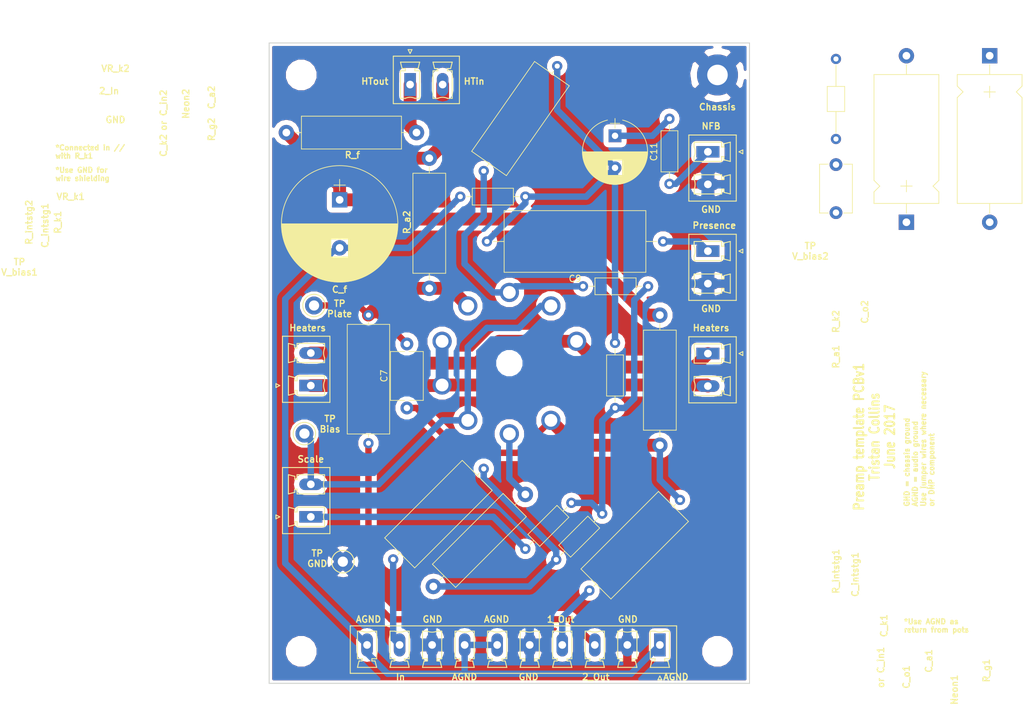
<source format=kicad_pcb>
(kicad_pcb (version 4) (host pcbnew 4.0.6)
  (layers (0 F.Cu signal) (31 B.Cu signal) (34 B.Paste user) (35 F.Paste user) (36 B.SilkS user) (37 F.SilkS user) (38 B.Mask user) (39 F.Mask user) (44 Edge.Cuts user))
  (net 0 "")
  (net 1 GNDA)
  (net 2 "Net-(C5-Pad1)")
  (net 3 "Net-(C7-Pad1)")
  (net 4 "Net-(J3-Pad1)")
  (net 5 GND)
  (net 6 "Net-(J3-Pad2)")
  (net 7 Stg1SignalOut)
  (net 8 Stg2SignalOut)
  (net 9 "Net-(J8-Pad1)")
  (net 10 Fizz)
  (net 11 "Net-(C9-Pad1)")
  (net 12 BiasB)
  (net 13 "Net-(C10-Pad2)")
  (net 14 "Net-(C11-Pad1)")
  (net 15 BiasT)
  (net 16 SigIn)
  (net 17 "Net-(J4-Pad1)")
  (net 18 Bias)
  (net 19 "Net-(R10-Pad1)")
  (net 20 "Net-(R5-Pad1)")
  (net 21 "Net-(J7-Pad1)")
  (module Mounting_Holes:MountingHole_3.2mm_M3 (layer F.Cu) (at 170 150)
    (fp_text reference REF** hide)
    (fp_text value MountingHole_3.2mm_M3)
    (pad 1 np_thru_hole circle (at 0 0) (size 3.2 3.2) (drill 3.2) (layers *.Cu *.Mask))
  )
  (module TristanValves:C_Axial_L17.0mm_D6.5mm_P20.00mm_Horizontal (layer F.Cu) (at 198.5 121.5 225)
    (fp_text reference C12 hide)
    (fp_text value C)
    (pad 1 thru_hole circle (at 0 0 225) (size 1.6 1.6) (drill 0.8) (layers *.Cu *.Mask) (net 15 BiasT))
    (pad 2 thru_hole oval (at 20 0 225) (size 1.6 1.6) (drill 0.8) (layers *.Cu *.Mask) (net 16 SigIn))
  )
  (module TristanValves:CP_Radial_D18.0mm_P7.50mm (layer F.Cu) (at 176 79.5 270)
    (fp_text reference C5 hide)
    (fp_text value CP)
    (pad 1 thru_hole rect (at 0 0 270) (size 2.4 2.4) (drill 1.2) (layers *.Cu *.Mask) (net 2 "Net-(C5-Pad1)"))
    (pad 2 thru_hole circle (at 7.5 0 270) (size 2.4 2.4) (drill 1.2) (layers *.Cu *.Mask) (net 1 GNDA))
  )
  (module TristanValves:CP_Axial_L20.0mm_D10.0mm_P26.00mm_Horizontal (layer F.Cu) (at 264.5 83 90)
    (fp_text reference C1 hide)
    (fp_text value CP)
    (pad 1 thru_hole rect (at 0 0 90) (size 2.4 2.4) (drill 1.2) (layers *.Cu *.Mask))
    (pad 2 thru_hole oval (at 26 0 90) (size 2.4 2.4) (drill 1.2) (layers *.Cu *.Mask))
  )
  (module Mounting_Holes:MountingHole_3.2mm_M3 (layer F.Cu) (at 235 150)
    (fp_text reference REF** hide)
    (fp_text value MountingHole_3.2mm_M3)
    (pad 1 np_thru_hole circle (at 0 0) (size 3.2 3.2) (drill 3.2) (layers *.Cu *.Mask))
  )
  (module Mounting_Holes:MountingHole_3.2mm_M3 (layer F.Cu) (at 170 60)
    (fp_text reference REF** hide)
    (fp_text value MountingHole_3.2mm_M3)
    (pad 1 np_thru_hole circle (at 0 0) (size 3.2 3.2) (drill 3.2) (layers *.Cu *.Mask))
  )
  (module TristanValves:R_Axial_DIN0516_L15.5mm_D5.0mm_P20.32mm_Horizontal (layer F.Cu) (at 190 73 270)
    (fp_text reference R3 hide)
    (fp_text value R)
    (pad 1 thru_hole circle (at 0 0 270) (size 2.4 2.4) (drill 1.2) (layers *.Cu *.Mask) (net 2 "Net-(C5-Pad1)"))
    (pad 2 thru_hole oval (at 20.32 0 270) (size 2.4 2.4) (drill 1.2) (layers *.Cu *.Mask) (net 10 Fizz))
  )
  (module TristanValves:R_Axial_DIN0516_L15.5mm_D5.0mm_P20.32mm_Horizontal (layer F.Cu) (at 205 125.5 225)
    (fp_text reference R5 hide)
    (fp_text value R)
    (pad 1 thru_hole circle (at 0 0 225) (size 2.4 2.4) (drill 1.2) (layers *.Cu *.Mask) (net 20 "Net-(R5-Pad1)"))
    (pad 2 thru_hole oval (at 20.32 0 225) (size 2.4 2.4) (drill 1.2) (layers *.Cu *.Mask) (net 15 BiasT))
  )
  (module TristanValves:R_Axial_DIN0516_L15.5mm_D5.0mm_P20.32mm_Horizontal (layer F.Cu) (at 226 97.5 270)
    (fp_text reference R7 hide)
    (fp_text value R)
    (pad 1 thru_hole circle (at 0 0 270) (size 2.4 2.4) (drill 1.2) (layers *.Cu *.Mask) (net 2 "Net-(C5-Pad1)"))
    (pad 2 thru_hole oval (at 20.32 0 270) (size 2.4 2.4) (drill 1.2) (layers *.Cu *.Mask) (net 3 "Net-(C7-Pad1)"))
  )
  (module TristanValves:R_Axial_DIN0516_L15.5mm_D5.0mm_P20.32mm_Horizontal (layer F.Cu) (at 188 69 180)
    (fp_text reference R8 hide)
    (fp_text value R)
    (pad 1 thru_hole circle (at 0 0 180) (size 2.4 2.4) (drill 1.2) (layers *.Cu *.Mask) (net 9 "Net-(J8-Pad1)"))
    (pad 2 thru_hole oval (at 20.32 0 180) (size 2.4 2.4) (drill 1.2) (layers *.Cu *.Mask) (net 2 "Net-(C5-Pad1)"))
  )
  (module TristanValves:C_Disc_D7.5mm_W5.0mm_P7.50mm (layer F.Cu) (at 253.5 81.5 90)
    (fp_text reference C2 hide)
    (fp_text value C)
    (pad 1 thru_hole circle (at 0 0 90) (size 2 2) (drill 1) (layers *.Cu *.Mask))
    (pad 2 thru_hole circle (at 7.5 0 90) (size 2 2) (drill 1) (layers *.Cu *.Mask))
  )
  (module TristanValves:C_Axial_L17.0mm_D6.5mm_P20.00mm_Horizontal (layer F.Cu) (at 180.5 117.5 90)
    (fp_text reference C3 hide)
    (fp_text value C)
    (pad 1 thru_hole circle (at 0 0 90) (size 1.6 1.6) (drill 0.8) (layers *.Cu *.Mask) (net 8 Stg2SignalOut))
    (pad 2 thru_hole oval (at 20 0 90) (size 1.6 1.6) (drill 0.8) (layers *.Cu *.Mask) (net 10 Fizz))
  )
  (module TristanValves:C_Axial_L3.8mm_D2.6mm_P12.50mm_Horizontal (layer F.Cu) (at 253.5 57.5 270)
    (fp_text reference C4 hide)
    (fp_text value C)
    (pad 1 thru_hole circle (at 0 0 270) (size 1.6 1.6) (drill 0.8) (layers *.Cu *.Mask))
    (pad 2 thru_hole oval (at 12.5 0 270) (size 1.6 1.6) (drill 0.8) (layers *.Cu *.Mask))
  )
  (module TristanValves:CP_Axial_L20.0mm_D10.0mm_P26.00mm_Horizontal (layer F.Cu) (at 277.5 57 270)
    (fp_text reference C6 hide)
    (fp_text value CP)
    (pad 1 thru_hole rect (at 0 0 270) (size 2.4 2.4) (drill 1.2) (layers *.Cu *.Mask))
    (pad 2 thru_hole oval (at 26 0 270) (size 2.4 2.4) (drill 1.2) (layers *.Cu *.Mask))
  )
  (module TristanValves:C_Axial_L17.0mm_D6.5mm_P20.00mm_Horizontal (layer F.Cu) (at 215 140.5 45)
    (fp_text reference C8 hide)
    (fp_text value C)
    (pad 1 thru_hole circle (at 0 0 45) (size 1.6 1.6) (drill 0.8) (layers *.Cu *.Mask) (net 7 Stg1SignalOut))
    (pad 2 thru_hole oval (at 20 0 45) (size 1.6 1.6) (drill 0.8) (layers *.Cu *.Mask) (net 3 "Net-(C7-Pad1)"))
  )
  (module TristanValves:MountingHole_3.2mm_M3_Pad (layer F.Cu) (at 235 60)
    (fp_text reference J15 hide)
    (fp_text value Screw_Terminal_1x01)
    (pad 1 thru_hole circle (at 0 0) (size 6.4 6.4) (drill 3.2) (layers *.Cu *.Mask) (net 5 GND))
  )
  (module TristanValves:R_Axial_DIN0207_L6.3mm_D2.5mm_P10.16mm_Horizontal (layer F.Cu) (at 217 128.5 225)
    (fp_text reference R2 hide)
    (fp_text value R)
    (pad 1 thru_hole circle (at 0 0 225) (size 1.6 1.6) (drill 0.8) (layers *.Cu *.Mask) (net 19 "Net-(R10-Pad1)"))
    (pad 2 thru_hole oval (at 10.16 0 225) (size 1.6 1.6) (drill 0.8) (layers *.Cu *.Mask) (net 15 BiasT))
  )
  (module TristanValves:R_Axial_DIN0207_L6.3mm_D2.5mm_P10.16mm_Horizontal (layer F.Cu) (at 205 134 45)
    (fp_text reference R6 hide)
    (fp_text value R)
    (pad 1 thru_hole circle (at 0 0 45) (size 1.6 1.6) (drill 0.8) (layers *.Cu *.Mask) (net 17 "Net-(J4-Pad1)"))
    (pad 2 thru_hole oval (at 10.16 0 45) (size 1.6 1.6) (drill 0.8) (layers *.Cu *.Mask) (net 19 "Net-(R10-Pad1)"))
  )
  (module TristanValves:Test_Point_Keystone_5005-5009_Compact (layer F.Cu) (at 170.5 116)
    (fp_text reference TP1 hide)
    (fp_text value TEST)
    (pad 1 thru_hole circle (at 0 0) (size 2.8 2.8) (drill 1.6) (layers *.Cu *.Mask) (net 18 Bias))
  )
  (module TristanValves:Test_Point_Keystone_5005-5009_Compact (layer F.Cu) (at 172 96)
    (fp_text reference TP2 hide)
    (fp_text value TEST)
    (pad 1 thru_hole circle (at 0 0) (size 2.8 2.8) (drill 1.6) (layers *.Cu *.Mask) (net 10 Fizz))
  )
  (module TristanValves:Test_Point_Keystone_5005-5009_Compact (layer F.Cu) (at 176.5 136)
    (fp_text reference TP3 hide)
    (fp_text value TEST)
    (pad 1 thru_hole circle (at 0 0) (size 2.8 2.8) (drill 1.6) (layers *.Cu *.Mask) (net 5 GND))
  )
  (module TristanValves:PhoenixContact_MCV-G_10x5.08mm_Vertical (layer F.Cu) (at 226 149 180)
    (fp_text reference J2 hide)
    (fp_text value Screw_Terminal_1x10)
    (pad 1 thru_hole rect (at 0 0 180) (size 1.8 3.6) (drill 1.2) (layers *.Cu *.Mask) (net 1 GNDA))
    (pad 2 thru_hole oval (at 5.08 0 180) (size 1.8 3.6) (drill 1.2) (layers *.Cu *.Mask) (net 5 GND))
    (pad 3 thru_hole oval (at 10.16 0 180) (size 1.8 3.6) (drill 1.2) (layers *.Cu *.Mask) (net 8 Stg2SignalOut))
    (pad 4 thru_hole oval (at 15.24 0 180) (size 1.8 3.6) (drill 1.2) (layers *.Cu *.Mask) (net 7 Stg1SignalOut))
    (pad 5 thru_hole oval (at 20.32 0 180) (size 1.8 3.6) (drill 1.2) (layers *.Cu *.Mask) (net 5 GND))
    (pad 6 thru_hole oval (at 25.4 0 180) (size 1.8 3.6) (drill 1.2) (layers *.Cu *.Mask) (net 1 GNDA))
    (pad 7 thru_hole oval (at 30.48 0 180) (size 1.8 3.6) (drill 1.2) (layers *.Cu *.Mask) (net 1 GNDA))
    (pad 8 thru_hole oval (at 35.56 0 180) (size 1.8 3.6) (drill 1.2) (layers *.Cu *.Mask) (net 5 GND))
    (pad 9 thru_hole oval (at 40.64 0 180) (size 1.8 3.6) (drill 1.2) (layers *.Cu *.Mask) (net 16 SigIn))
    (pad 10 thru_hole oval (at 45.72 0 180) (size 1.8 3.6) (drill 1.2) (layers *.Cu *.Mask) (net 1 GNDA))
  )
  (module TristanValves:PhoenixContact_MCV-G_02x5.08mm_Vertical (layer F.Cu) (at 233.5 103.5 270)
    (fp_text reference J3 hide)
    (fp_text value Screw_Terminal_1x02)
    (pad 1 thru_hole rect (at 0 0 270) (size 1.8 3.6) (drill 1.2) (layers *.Cu *.Mask) (net 4 "Net-(J3-Pad1)"))
    (pad 2 thru_hole oval (at 5.08 0 270) (size 1.8 3.6) (drill 1.2) (layers *.Cu *.Mask) (net 6 "Net-(J3-Pad2)"))
  )
  (module TristanValves:PhoenixContact_MCV-G_02x5.08mm_Vertical (layer F.Cu) (at 171.5 129 90)
    (fp_text reference J4 hide)
    (fp_text value Screw_Terminal_1x02)
    (pad 1 thru_hole rect (at 0 0 90) (size 1.8 3.6) (drill 1.2) (layers *.Cu *.Mask) (net 17 "Net-(J4-Pad1)"))
    (pad 2 thru_hole oval (at 5.08 0 90) (size 1.8 3.6) (drill 1.2) (layers *.Cu *.Mask) (net 18 Bias))
  )
  (module TristanValves:PhoenixContact_MCV-G_02x5.08mm_Vertical (layer F.Cu) (at 171.5 108.5 90)
    (fp_text reference J6 hide)
    (fp_text value Screw_Terminal_1x02)
    (pad 1 thru_hole rect (at 0 0 90) (size 1.8 3.6) (drill 1.2) (layers *.Cu *.Mask) (net 6 "Net-(J3-Pad2)"))
    (pad 2 thru_hole oval (at 5.08 0 90) (size 1.8 3.6) (drill 1.2) (layers *.Cu *.Mask) (net 4 "Net-(J3-Pad1)"))
  )
  (module TristanValves:PhoenixContact_MCV-G_02x5.08mm_Vertical (layer F.Cu) (at 187 61.5)
    (fp_text reference J8 hide)
    (fp_text value Screw_Terminal_1x02)
    (pad 1 thru_hole rect (at 0 0) (size 1.8 3.6) (drill 1.2) (layers *.Cu *.Mask) (net 9 "Net-(J8-Pad1)"))
    (pad 2 thru_hole oval (at 5.08 0) (size 1.8 3.6) (drill 1.2) (layers *.Cu *.Mask) (net 2 "Net-(C5-Pad1)"))
  )
  (module TristanValves:C_Axial_L17.0mm_D6.5mm_P20.00mm_Horizontal (layer F.Cu) (at 198.5 75 55)
    (fp_text reference C10 hide)
    (fp_text value C)
    (pad 1 thru_hole circle (at 0 0 55) (size 1.6 1.6) (drill 0.8) (layers *.Cu *.Mask) (net 12 BiasB))
    (pad 2 thru_hole oval (at 20 0 55) (size 1.6 1.6) (drill 0.8) (layers *.Cu *.Mask) (net 13 "Net-(C10-Pad2)"))
  )
  (module TristanValves:PhoenixContact_MCV-G_02x5.08mm_Vertical (layer F.Cu) (at 233.5 87.5 270)
    (fp_text reference J5 hide)
    (fp_text value Screw_Terminal_1x02)
    (pad 1 thru_hole rect (at 0 0 270) (size 1.8 3.6) (drill 1.2) (layers *.Cu *.Mask) (net 11 "Net-(C9-Pad1)"))
    (pad 2 thru_hole oval (at 5.08 0 270) (size 1.8 3.6) (drill 1.2) (layers *.Cu *.Mask) (net 5 GND))
  )
  (module TristanValves:PhoenixContact_MCV-G_02x5.08mm_Vertical (layer F.Cu) (at 233.5 72 270)
    (fp_text reference J7 hide)
    (fp_text value Screw_Terminal_1x02)
    (pad 1 thru_hole rect (at 0 0 270) (size 1.8 3.6) (drill 1.2) (layers *.Cu *.Mask) (net 21 "Net-(J7-Pad1)"))
    (pad 2 thru_hole oval (at 5.08 0 270) (size 1.8 3.6) (drill 1.2) (layers *.Cu *.Mask) (net 5 GND))
  )
  (module TristanValves:R_Axial_DIN0207_L6.3mm_D2.5mm_P10.16mm_Horizontal (layer F.Cu) (at 205 79 180)
    (fp_text reference R1 hide)
    (fp_text value R)
    (pad 1 thru_hole circle (at 0 0 180) (size 1.6 1.6) (drill 0.8) (layers *.Cu *.Mask) (net 13 "Net-(C10-Pad2)"))
    (pad 2 thru_hole oval (at 10.16 0 180) (size 1.6 1.6) (drill 0.8) (layers *.Cu *.Mask) (net 1 GNDA))
  )
  (module TristanValves:R_Axial_DIN0207_L6.3mm_D2.5mm_P10.16mm_Horizontal (layer F.Cu) (at 219 112 90)
    (fp_text reference R10 hide)
    (fp_text value R)
    (pad 1 thru_hole circle (at 0 0 90) (size 1.6 1.6) (drill 0.8) (layers *.Cu *.Mask) (net 19 "Net-(R10-Pad1)"))
    (pad 2 thru_hole oval (at 10.16 0 90) (size 1.6 1.6) (drill 0.8) (layers *.Cu *.Mask) (net 13 "Net-(C10-Pad2)"))
  )
  (module TristanValves:R_Axial_DIN0207_L6.3mm_D2.5mm_P10.16mm_Horizontal (layer F.Cu) (at 214 93)
    (fp_text reference R11 hide)
    (fp_text value R)
    (pad 1 thru_hole circle (at 0 0) (size 1.6 1.6) (drill 0.8) (layers *.Cu *.Mask) (net 12 BiasB))
    (pad 2 thru_hole oval (at 10.16 0) (size 1.6 1.6) (drill 0.8) (layers *.Cu *.Mask) (net 19 "Net-(R10-Pad1)"))
  )
  (module TristanValves:R_Axial_DIN0207_L6.3mm_D2.5mm_P10.16mm_Horizontal (layer F.Cu) (at 227.5 77 90)
    (fp_text reference R12 hide)
    (fp_text value R)
    (pad 1 thru_hole circle (at 0 0 90) (size 1.6 1.6) (drill 0.8) (layers *.Cu *.Mask) (net 21 "Net-(J7-Pad1)"))
    (pad 2 thru_hole oval (at 10.16 0 90) (size 1.6 1.6) (drill 0.8) (layers *.Cu *.Mask) (net 14 "Net-(C11-Pad1)"))
  )
  (module Capacitors_THT:C_Disc_D7.5mm_W5.0mm_P10.00mm (layer F.Cu) (at 186.5 112 90)
    (fp_text reference C7 (at 5 -3.56 90) (layer F.SilkS))
    (fp_text value C)
    (pad 1 thru_hole circle (at 0 0 90) (size 2 2) (drill 1) (layers *.Cu *.Mask) (net 3 "Net-(C7-Pad1)"))
    (pad 2 thru_hole circle (at 10 0 90) (size 2 2) (drill 1) (layers *.Cu *.Mask) (net 10 Fizz))
  )
  (module Capacitors_THT:C_Axial_L22.0mm_D9.5mm_P27.50mm_Horizontal (layer F.Cu) (at 226.5 86 180)
    (fp_text reference C9 (at 13.75 -5.81 180) (layer F.SilkS))
    (fp_text value C)
    (pad 1 thru_hole circle (at 0 0 180) (size 1.6 1.6) (drill 0.8) (layers *.Cu *.Mask) (net 11 "Net-(C9-Pad1)"))
    (pad 2 thru_hole oval (at 27.5 0 180) (size 1.6 1.6) (drill 0.8) (layers *.Cu *.Mask) (net 13 "Net-(C10-Pad2)"))
  )
  (module Capacitors_THT:CP_Radial_D10.0mm_P5.00mm (layer F.Cu) (at 219 69.5 270)
    (fp_text reference C11 (at 2.5 -6.06 270) (layer F.SilkS))
    (fp_text value C)
    (pad 1 thru_hole rect (at 0 0 270) (size 2 2) (drill 1) (layers *.Cu *.Mask) (net 14 "Net-(C11-Pad1)"))
    (pad 2 thru_hole circle (at 5 0 270) (size 2 2) (drill 1) (layers *.Cu *.Mask) (net 13 "Net-(C10-Pad2)"))
  )
  (module TristanValves:VALVE-ECC-83-1-TC2 (layer B.Cu) (at 202.5 105 252)
    (fp_text reference U1 hide)
    (fp_text value ECC83)
    (pad 1 thru_hole circle (at 6.489 -8.9318 252) (size 3 3) (drill 2) (layers *.Cu *.Mask) (net 3 "Net-(C7-Pad1)"))
    (pad 2 thru_hole circle (at 10.5 -3.4117 252) (size 3 3) (drill 2) (layers *.Cu *.Mask) (net 20 "Net-(R5-Pad1)"))
    (pad 3 thru_hole circle (at 10.5 3.4117 252) (size 3 3) (drill 2) (layers *.Cu *.Mask) (net 18 Bias))
    (pad 4 thru_hole circle (at 6.4894 8.9318 252) (size 3 3) (drill 2) (layers *.Cu *.Mask) (net 6 "Net-(J3-Pad2)"))
    (pad 5 thru_hole circle (at 0 11.0404 252) (size 3 3) (drill 2) (layers *.Cu *.Mask) (net 6 "Net-(J3-Pad2)"))
    (pad 6 thru_hole circle (at -6.4894 8.9318 252) (size 3 3) (drill 2) (layers *.Cu *.Mask) (net 10 Fizz))
    (pad 7 thru_hole circle (at -10.5 3.4117 252) (size 3 3) (drill 2) (layers *.Cu *.Mask) (net 12 BiasB))
    (pad 8 thru_hole circle (at -10.5 -3.4117 252) (size 3 3) (drill 2) (layers *.Cu *.Mask) (net 18 Bias))
    (pad 9 thru_hole circle (at -6.4894 -8.9318 252) (size 3 3) (drill 2) (layers *.Cu *.Mask) (net 4 "Net-(J3-Pad1)"))
    (pad "" np_thru_hole circle (at 0 0 252) (size 2.5 2.5) (drill 2.5) (layers *.Cu *.Mask))
  )
  (gr_text GND (at 234 96.5) (layer F.SilkS) (effects (font (size 1 1) (thickness 0.2))))
  (gr_text "TP\nBias" (at 174.5 114.5) (layer F.SilkS) (effects (font (size 1 1) (thickness 0.2))))
  (gr_text AGND (at 200.5 145) (layer F.SilkS) (effects (font (size 1 1) (thickness 0.2))))
  (gr_text "TP\nPlate" (at 176 96.5) (layer F.SilkS) (effects (font (size 1 1) (thickness 0.2))))
  (gr_text GND (at 234 81) (layer F.SilkS) (effects (font (size 1 1) (thickness 0.2))))
  (gr_text HTin (at 197 61) (layer F.SilkS) (effects (font (size 1 1) (thickness 0.2))))
  (gr_text "*Use AGND as \nreturn from pots" (at 264 146) (layer F.SilkS) (effects (font (size 0.8 0.8) (thickness 0.2)) (justify left)))
  (gr_text "*Connected in //\nwith R_k1" (at 131.5 72) (layer F.SilkS) (effects (font (size 0.8 0.8) (thickness 0.2)) (justify left)))
  (gr_text "*Use GND for \nwire shielding" (at 131.5 75.5) (layer F.SilkS) (effects (font (size 0.8 0.8) (thickness 0.2)) (justify left)))
  (gr_text "GND = chassis ground\nAGND = audio ground\nUse jumper wires where necessary\nor DNP component" (at 266.5 127.5 90) (layer F.SilkS) (effects (font (size 0.8 0.8) (thickness 0.2)) (justify left)))
  (gr_text "TP\nGND" (at 172.5 135.5) (layer F.SilkS) (effects (font (size 1 1) (thickness 0.2))))
  (gr_text "TP\nV_bias1" (at 126 90) (layer F.SilkS) (effects (font (size 1 1) (thickness 0.2))))
  (gr_text "TP\nV_bias2" (at 249.5 87.5) (layer F.SilkS) (effects (font (size 1 1) (thickness 0.2))))
  (gr_text C_intstg1 (at 130 83.5 90) (layer F.SilkS) (effects (font (size 1 1) (thickness 0.2))))
  (gr_text C_intstg1 (at 256.5 138 90) (layer F.SilkS) (effects (font (size 1 1) (thickness 0.2))))
  (gr_text R_intstg1 (at 253.5 137.5 90) (layer F.SilkS) (effects (font (size 1 1) (thickness 0.2))))
  (gr_text R_intstg2 (at 127.5 83 90) (layer F.SilkS) (effects (font (size 1 1) (thickness 0.2))))
  (gr_text "or C_in1" (at 260.5 152.5 90) (layer F.SilkS) (effects (font (size 1 1) (thickness 0.2))))
  (gr_text "or C_in2" (at 148.5 65.5 90) (layer F.SilkS) (effects (font (size 1 1) (thickness 0.2))))
  (gr_text Neon2 (at 152 64.5 90) (layer F.SilkS) (effects (font (size 1 1) (thickness 0.2))))
  (gr_text Neon1 (at 272 156 90) (layer F.SilkS) (effects (font (size 1 1) (thickness 0.2))))
  (gr_text C_a1 (at 268 151.5 90) (layer F.SilkS) (effects (font (size 1 1) (thickness 0.2))))
  (gr_text C_a2 (at 156 63.5 90) (layer F.SilkS) (effects (font (size 1 1) (thickness 0.2))))
  (gr_text R_a2 (at 186.5 83 90) (layer F.SilkS) (effects (font (size 1 1) (thickness 0.2))))
  (gr_text R_a1 (at 253.5 104 90) (layer F.SilkS) (effects (font (size 1 1) (thickness 0.2))))
  (gr_text Chassis (at 235 65) (layer F.SilkS) (effects (font (size 1 1) (thickness 0.2))))
  (gr_text R_f (at 178 72.5) (layer F.SilkS) (effects (font (size 1 1) (thickness 0.2))))
  (gr_text C_f (at 176 93.5) (layer F.SilkS) (effects (font (size 1 1) (thickness 0.2))))
  (gr_text VR_k2 (at 141 59) (layer F.SilkS) (effects (font (size 1 1) (thickness 0.2))))
  (gr_text VR_k1 (at 134 79) (layer F.SilkS) (effects (font (size 1 1) (thickness 0.2))))
  (gr_text C_o1 (at 264.5 154 90) (layer F.SilkS) (effects (font (size 1 1) (thickness 0.2))))
  (gr_text C_o2 (at 258 97 90) (layer F.SilkS) (effects (font (size 1 1) (thickness 0.2))))
  (gr_text R_k2 (at 253.5 98.5 90) (layer F.SilkS) (effects (font (size 1 1) (thickness 0.2))))
  (gr_text C_k2 (at 148.5 71 90) (layer F.SilkS) (effects (font (size 1 1) (thickness 0.2))))
  (gr_text R_k1 (at 132 83 90) (layer F.SilkS) (effects (font (size 1 1) (thickness 0.2))))
  (gr_text C_k1 (at 261 146 90) (layer F.SilkS) (effects (font (size 1 1) (thickness 0.2))))
  (gr_text R_g2 (at 156 68.5 90) (layer F.SilkS) (effects (font (size 1 1) (thickness 0.2))))
  (gr_text R_g1 (at 277 153 90) (layer F.SilkS) (effects (font (size 1 1) (thickness 0.2))))
  (gr_text NFB (at 234 68) (layer F.SilkS) (effects (font (size 1 1) (thickness 0.2))))
  (gr_text Presence (at 234.5 83.5) (layer F.SilkS) (effects (font (size 1 1) (thickness 0.2))))
  (gr_text Heaters (at 234 99.5) (layer F.SilkS) (effects (font (size 1 1) (thickness 0.2))))
  (gr_text Heaters (at 171 99.5) (layer F.SilkS) (effects (font (size 1 1) (thickness 0.2))))
  (gr_text GND (at 141 67) (layer F.SilkS) (effects (font (size 1 1) (thickness 0.2))))
  (gr_text HTout (at 181.5 61) (layer F.SilkS) (effects (font (size 1 1) (thickness 0.2))))
  (gr_text 2_In (at 140 62.5) (layer F.SilkS) (effects (font (size 1 1) (thickness 0.2))))
  (gr_text AGND (at 228.5 154) (layer F.SilkS) (effects (font (size 1 1) (thickness 0.2))))
  (gr_text GND (at 221 145) (layer F.SilkS) (effects (font (size 1 1) (thickness 0.2))))
  (gr_text 1_Out (at 210.5 145) (layer F.SilkS) (effects (font (size 1 1) (thickness 0.2))))
  (gr_text AGND (at 195.5 154) (layer F.SilkS) (effects (font (size 1 1) (thickness 0.2))))
  (gr_text GND (at 205.5 154) (layer F.SilkS) (effects (font (size 1 1) (thickness 0.2))))
  (gr_text In (at 185.5 154) (layer F.SilkS) (effects (font (size 1 1) (thickness 0.2))))
  (gr_text AGND (at 180.5 145) (layer F.SilkS) (effects (font (size 1 1) (thickness 0.2))))
  (gr_text GND (at 190.5 145) (layer F.SilkS) (effects (font (size 1 1) (thickness 0.2))))
  (gr_text 2_Out (at 216 154) (layer F.SilkS) (effects (font (size 1 1) (thickness 0.2))))
  (gr_text Scale (at 171.5 120) (layer F.SilkS) (effects (font (size 1 1) (thickness 0.2))))
  (gr_line (start 240 155) (end 165 155) (angle 90) (layer Edge.Cuts) (width 0.15))
  (gr_line (start 240 55) (end 240 155) (angle 90) (layer Edge.Cuts) (width 0.15))
  (gr_line (start 165 55) (end 240 55) (angle 90) (layer Edge.Cuts) (width 0.15))
  (gr_line (start 165 155) (end 165 55) (angle 90) (layer Edge.Cuts) (width 0.15))
  (gr_text "Preamp template PCBv1\nTristan Collins\nJune 2017" (at 259.5 116.5 90) (layer F.SilkS) (effects (font (size 1.5 1.25) (thickness 0.3))))
  (segment (start 176 87) (end 186.84 87) (width 1) (layer B.Cu) (net 1))
  (segment (start 186.84 87) (end 194.84 79) (width 1) (layer B.Cu) (net 1))
  (segment (start 226 149) (end 221.5 153.5) (width 1) (layer B.Cu) (net 1))
  (segment (start 183.5 153.5) (end 180.28 150.28) (width 1) (layer B.Cu) (net 1))
  (segment (start 180.28 149) (end 180.28 150.28) (width 1) (layer B.Cu) (net 1))
  (segment (start 176 87) (end 175.5 87) (width 1) (layer B.Cu) (net 1))
  (segment (start 175.5 87) (end 167.5 95) (width 1) (layer B.Cu) (net 1))
  (segment (start 167.5 136.22) (end 180.28 149) (width 1) (layer B.Cu) (net 1))
  (segment (start 167.5 95) (end 167.5 136.22) (width 1) (layer B.Cu) (net 1))
  (segment (start 195.5 153.5) (end 221.5 153.5) (width 1) (layer B.Cu) (net 1))
  (segment (start 195.5 153.5) (end 195.52 153.5) (width 1) (layer B.Cu) (net 1))
  (segment (start 195.52 153.5) (end 183.5 153.5) (width 1) (layer B.Cu) (net 1))
  (segment (start 195.52 149) (end 200.6 149) (width 1) (layer B.Cu) (net 1))
  (segment (start 195.52 149) (end 195.52 153.5) (width 1) (layer B.Cu) (net 1))
  (segment (start 195.52 149) (end 195.52 150.02) (width 1) (layer B.Cu) (net 1))
  (segment (start 226 97.5) (end 224 97.5) (width 2) (layer F.Cu) (net 2))
  (segment (start 182.5 82.5) (end 179.5 79.5) (width 2) (layer F.Cu) (net 2))
  (segment (start 209 82.5) (end 182.5 82.5) (width 2) (layer F.Cu) (net 2))
  (segment (start 224 97.5) (end 209 82.5) (width 2) (layer F.Cu) (net 2))
  (segment (start 192.08 61.5) (end 192.08 70.92) (width 2) (layer F.Cu) (net 2))
  (segment (start 192.08 70.92) (end 190 73) (width 2) (layer F.Cu) (net 2))
  (segment (start 176 79.5) (end 176 77.32) (width 2) (layer F.Cu) (net 2))
  (segment (start 176 77.32) (end 167.68 69) (width 2) (layer F.Cu) (net 2))
  (segment (start 176 79.5) (end 179.5 79.5) (width 2) (layer F.Cu) (net 2))
  (segment (start 179.5 79.5) (end 186 73) (width 2) (layer F.Cu) (net 2))
  (segment (start 186 73) (end 190 73) (width 2) (layer F.Cu) (net 2))
  (segment (start 226 117.82) (end 226 123.215728) (width 1) (layer B.Cu) (net 3))
  (segment (start 226 123.215728) (end 229.142136 126.357864) (width 1) (layer B.Cu) (net 3))
  (segment (start 186.5 112) (end 188 112) (width 1) (layer F.Cu) (net 3))
  (segment (start 203.920919 119) (end 208.989435 113.931484) (width 1) (layer F.Cu) (net 3))
  (segment (start 195 119) (end 203.920919 119) (width 1) (layer F.Cu) (net 3))
  (segment (start 188 112) (end 195 119) (width 1) (layer F.Cu) (net 3))
  (segment (start 208.989435 113.931484) (end 208.989435 113.989435) (width 2) (layer F.Cu) (net 3))
  (segment (start 208.989435 113.989435) (end 212.82 117.82) (width 2) (layer F.Cu) (net 3))
  (segment (start 212.82 117.82) (end 226 117.82) (width 2) (layer F.Cu) (net 3))
  (segment (start 217 105.611706) (end 231.388294 105.611706) (width 2) (layer F.Cu) (net 4))
  (segment (start 212.999981 101.611687) (end 217 105.611706) (width 2) (layer F.Cu) (net 4))
  (segment (start 231.388294 105.611706) (end 233.5 103.5) (width 2) (layer F.Cu) (net 4))
  (segment (start 171.5 103.42) (end 173.720002 103.42) (width 2) (layer F.Cu) (net 4))
  (segment (start 197.5 105) (end 200.911708 101.588292) (width 2) (layer F.Cu) (net 4))
  (segment (start 200.911708 101.588292) (end 212.999981 101.588292) (width 2) (layer F.Cu) (net 4))
  (segment (start 175.300002 105) (end 197.5 105) (width 2) (layer F.Cu) (net 4))
  (segment (start 173.720002 103.42) (end 175.300002 105) (width 2) (layer F.Cu) (net 4))
  (segment (start 212.999981 101.588292) (end 212.999981 101.611687) (width 2) (layer F.Cu) (net 4))
  (segment (start 192.000019 108.411708) (end 192.000019 101.588392) (width 2) (layer B.Cu) (net 6))
  (segment (start 192.000019 101.588392) (end 191.999956 101.588329) (width 2) (layer B.Cu) (net 6))
  (segment (start 192.000019 108.411708) (end 233.331708 108.411708) (width 2) (layer F.Cu) (net 6))
  (segment (start 233.331708 108.411708) (end 233.5 108.58) (width 2) (layer F.Cu) (net 6))
  (segment (start 171.5 108.5) (end 191.911727 108.5) (width 2) (layer F.Cu) (net 6))
  (segment (start 191.911727 108.5) (end 192.000019 108.411708) (width 2) (layer F.Cu) (net 6))
  (segment (start 191.911727 108.5) (end 192.000019 108.411708) (width 2) (layer F.Cu) (net 6))
  (segment (start 210.76 149) (end 210.76 144.74) (width 1) (layer B.Cu) (net 7))
  (segment (start 210.76 144.74) (end 215 140.5) (width 1) (layer B.Cu) (net 7))
  (segment (start 180.5 117.5) (end 180.5 141.5) (width 1) (layer F.Cu) (net 8))
  (segment (start 211.84 145) (end 215.84 149) (width 1) (layer F.Cu) (net 8))
  (segment (start 184 145) (end 211.84 145) (width 1) (layer F.Cu) (net 8))
  (segment (start 180.5 141.5) (end 184 145) (width 1) (layer F.Cu) (net 8))
  (segment (start 215.84 149) (end 215.84 148.66) (width 1) (layer B.Cu) (net 8))
  (segment (start 187 61.5) (end 187 68) (width 2) (layer F.Cu) (net 9))
  (segment (start 187 68) (end 188 69) (width 2) (layer F.Cu) (net 9))
  (segment (start 180.5 97.5) (end 182 97.5) (width 1) (layer F.Cu) (net 10))
  (segment (start 182 97.5) (end 186.5 102) (width 1) (layer F.Cu) (net 10))
  (segment (start 172 96) (end 179 96) (width 1) (layer F.Cu) (net 10))
  (segment (start 179 96) (end 180.5 97.5) (width 1) (layer F.Cu) (net 10))
  (segment (start 190 93.32) (end 184.68 93.32) (width 2) (layer F.Cu) (net 10))
  (segment (start 184.68 93.32) (end 180.5 97.5) (width 2) (layer F.Cu) (net 10))
  (segment (start 195.5 95.557448) (end 196.010688 96.068136) (width 1) (layer B.Cu) (net 10))
  (segment (start 190 93.32) (end 193.262552 93.32) (width 2) (layer F.Cu) (net 10))
  (segment (start 193.262552 93.32) (end 196.010688 96.068136) (width 2) (layer F.Cu) (net 10))
  (segment (start 226.5 86) (end 232 86) (width 1) (layer B.Cu) (net 11))
  (segment (start 232 86) (end 233.5 87.5) (width 1) (layer B.Cu) (net 11))
  (segment (start 198.5 75) (end 198.5 82) (width 1) (layer B.Cu) (net 12))
  (segment (start 199.959633 93.959633) (end 202.499959 93.959633) (width 1) (layer B.Cu) (net 12))
  (segment (start 195.5 89.5) (end 199.959633 93.959633) (width 1) (layer B.Cu) (net 12))
  (segment (start 195.5 85) (end 195.5 89.5) (width 1) (layer B.Cu) (net 12))
  (segment (start 198.5 82) (end 195.5 85) (width 1) (layer B.Cu) (net 12))
  (segment (start 214 93) (end 203.459592 93) (width 1) (layer B.Cu) (net 12))
  (segment (start 203.459592 93) (end 202.499959 93.959633) (width 1) (layer B.Cu) (net 12))
  (segment (start 219 101.84) (end 219 74.5) (width 1) (layer B.Cu) (net 13))
  (segment (start 209.971529 58.616959) (end 209.971529 65.471529) (width 1) (layer B.Cu) (net 13))
  (segment (start 209.971529 65.471529) (end 219 74.5) (width 1) (layer B.Cu) (net 13))
  (segment (start 205 79) (end 214.5 79) (width 1) (layer B.Cu) (net 13))
  (segment (start 214.5 79) (end 219 74.5) (width 1) (layer B.Cu) (net 13))
  (segment (start 205 79) (end 205 80) (width 1) (layer B.Cu) (net 13))
  (segment (start 205 80) (end 199 86) (width 1) (layer B.Cu) (net 13))
  (segment (start 219 101.5) (end 219 101.84) (width 1) (layer F.Cu) (net 13))
  (segment (start 219 69.5) (end 224.84 69.5) (width 1) (layer B.Cu) (net 14))
  (segment (start 224.84 69.5) (end 227.5 66.84) (width 1) (layer B.Cu) (net 14))
  (segment (start 198.5 121.5) (end 198.5 123) (width 1) (layer B.Cu) (net 15))
  (segment (start 209.815795 134.315795) (end 209.815795 135.684205) (width 1) (layer B.Cu) (net 15))
  (segment (start 198.5 123) (end 209.815795 134.315795) (width 1) (layer B.Cu) (net 15))
  (segment (start 190.63159 139.86841) (end 205.63159 139.86841) (width 1) (layer B.Cu) (net 15))
  (segment (start 205.63159 139.86841) (end 209.815795 135.684205) (width 1) (layer B.Cu) (net 15))
  (segment (start 184.357864 135.642136) (end 184.357864 147.997864) (width 1) (layer B.Cu) (net 16))
  (segment (start 184.357864 147.997864) (end 185.36 149) (width 1) (layer B.Cu) (net 16))
  (segment (start 171.5 129) (end 200 129) (width 1) (layer B.Cu) (net 17))
  (segment (start 200 129) (end 205 134) (width 1) (layer B.Cu) (net 17))
  (segment (start 171.5 123.92) (end 171.5 117) (width 1) (layer B.Cu) (net 18))
  (segment (start 171.5 117) (end 170.5 116) (width 1) (layer B.Cu) (net 18))
  (segment (start 196.010602 113.93182) (end 192.06818 113.93182) (width 1) (layer B.Cu) (net 18))
  (segment (start 182.08 123.92) (end 171.5 123.92) (width 1) (layer B.Cu) (net 18))
  (segment (start 192.06818 113.93182) (end 182.08 123.92) (width 1) (layer B.Cu) (net 18))
  (segment (start 196.010602 113.93182) (end 196.010602 102.489398) (width 1) (layer B.Cu) (net 18))
  (segment (start 207.43182 96.06818) (end 208.989398 96.06818) (width 1) (layer B.Cu) (net 18))
  (segment (start 204 99.5) (end 207.43182 96.06818) (width 1) (layer B.Cu) (net 18))
  (segment (start 199 99.5) (end 204 99.5) (width 1) (layer B.Cu) (net 18))
  (segment (start 196.010602 102.489398) (end 199 99.5) (width 1) (layer B.Cu) (net 18))
  (segment (start 219 112) (end 220.5 112) (width 1) (layer B.Cu) (net 19))
  (segment (start 222 95.16) (end 224.16 93) (width 1) (layer B.Cu) (net 19))
  (segment (start 222 110.5) (end 222 95.16) (width 1) (layer B.Cu) (net 19))
  (segment (start 220.5 112) (end 222 110.5) (width 1) (layer B.Cu) (net 19))
  (segment (start 217 128.5) (end 217 114) (width 1) (layer B.Cu) (net 19))
  (segment (start 217 114) (end 219 112) (width 1) (layer B.Cu) (net 19))
  (segment (start 212.184205 126.815795) (end 215.315795 126.815795) (width 1) (layer B.Cu) (net 19))
  (segment (start 215.315795 126.815795) (end 217 128.5) (width 1) (layer B.Cu) (net 19))
  (segment (start 202.500041 116.040367) (end 202.500041 123.000041) (width 1) (layer B.Cu) (net 20))
  (segment (start 202.500041 123.000041) (end 205 125.5) (width 1) (layer B.Cu) (net 20))
  (segment (start 202.500041 116.040367) (end 201.459633 116.040367) (width 1) (layer B.Cu) (net 20))
  (segment (start 202 116.540408) (end 202.500041 116.040367) (width 1) (layer B.Cu) (net 20))
  (segment (start 227.5 77) (end 228.5 77) (width 1) (layer B.Cu) (net 21))
  (segment (start 228.5 77) (end 233.5 72) (width 1) (layer B.Cu) (net 21))
  (zone (net 5) (net_name GND) (layer B.Cu) (connect_pads (clearance 0.4)) (min_thickness 0.4) (fill yes (arc_segments 16) (thermal_gap 1) (thermal_bridge_width 2))
    (polygon (pts (xy 165 65) (xy 165 55) (xy 240 55) (xy 240 155) (xy 165 155)))
  )
  (zone (net 5) (net_name GND) (layer F.Cu) (connect_pads (clearance 0.4)) (min_thickness 0.4) (fill yes (arc_segments 16) (thermal_gap 1) (thermal_bridge_width 2))
    (polygon (pts (xy 165 65) (xy 165 55) (xy 240 55) (xy 240 155) (xy 165 155)))
  )
)
</source>
